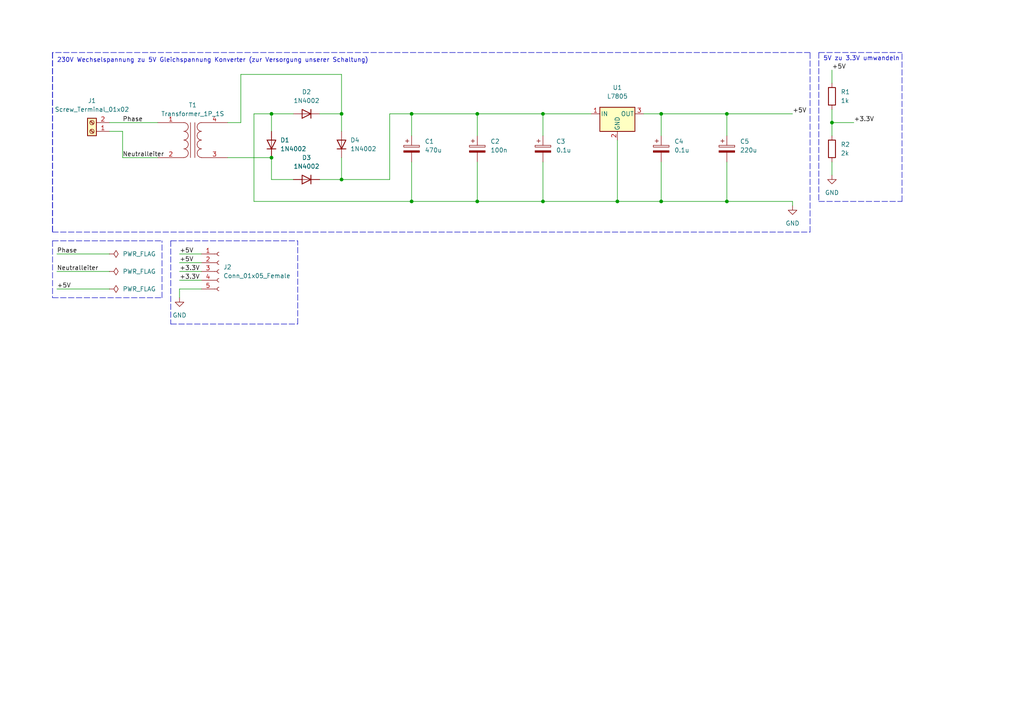
<source format=kicad_sch>
(kicad_sch (version 20211123) (generator eeschema)
  (paper "A4")
  (title_block (title "breakout-board-powersupply") (date "2023-02-03") (rev "v1") (comment 1 "erste Version"))
  (lib_symbols
    (symbol "Connector:Conn_01x05_Female" (pin_names (offset 1.016) hide)
      (property "Reference" "J" (at 0 7.62 0))
      (property "Value" "Conn_01x05_Female" (at 0 -7.62 0))
      (symbol "Conn_01x05_Female_1_1"
        (arc (start 0 -4.572) (mid -0.508 -5.08) (end 0 -5.588) (stroke (width 0.1524)))
        (arc (start 0 -2.032) (mid -0.508 -2.54) (end 0 -3.048) (stroke (width 0.1524)))
        (polyline (pts (xy -1.27 -5.08) (xy -0.508 -5.08)) (stroke (width 0.1524)))
        (polyline (pts (xy -1.27 -2.54) (xy -0.508 -2.54)) (stroke (width 0.1524)))
        (polyline (pts (xy -1.27 0) (xy -0.508 0)) (stroke (width 0.1524)))
        (polyline (pts (xy -1.27 2.54) (xy -0.508 2.54)) (stroke (width 0.1524)))
        (polyline (pts (xy -1.27 5.08) (xy -0.508 5.08)) (stroke (width 0.1524)))
        (arc (start 0 0.508) (mid -0.508 0) (end 0 -0.508) (stroke (width 0.1524)))
        (arc (start 0 3.048) (mid -0.508 2.54) (end 0 2.032) (stroke (width 0.1524)))
        (arc (start 0 5.588) (mid -0.508 5.08) (end 0 4.572) (stroke (width 0.1524)))
        (pin passive line (at -5.08 5.08 0) (length 3.81) (name "Pin_1") (number "1"))
        (pin passive line (at -5.08 2.54 0) (length 3.81) (name "Pin_2") (number "2"))
        (pin passive line (at -5.08 0 0) (length 3.81) (name "Pin_3") (number "3"))
        (pin passive line (at -5.08 -2.54 0) (length 3.81) (name "Pin_4") (number "4"))
        (pin passive line (at -5.08 -5.08 0) (length 3.81) (name "Pin_5") (number "5"))
      )
    )
    (symbol "Connector:Screw_Terminal_01x02" (pin_names (offset 1.016) hide)
      (property "Reference" "J" (at 0 2.54 0))
      (property "Value" "Screw_Terminal_01x02" (at 0 -5.08 0))
      (symbol "Screw_Terminal_01x02_1_1"
        (rectangle (start -1.27 1.27) (end 1.27 -3.81) (stroke (width 0.254)) (fill (type background)))
        (circle (center 0 -2.54) (radius 0.635) (stroke (width 0.1524)))
        (polyline (pts (xy -0.5334 -2.2098) (xy 0.3302 -3.048)) (stroke (width 0.1524)))
        (polyline (pts (xy -0.5334 0.3302) (xy 0.3302 -0.508)) (stroke (width 0.1524)))
        (polyline (pts (xy -0.3556 -2.032) (xy 0.508 -2.8702)) (stroke (width 0.1524)))
        (polyline (pts (xy -0.3556 0.508) (xy 0.508 -0.3302)) (stroke (width 0.1524)))
        (circle (center 0 0) (radius 0.635) (stroke (width 0.1524)))
        (pin passive line (at -5.08 0 0) (length 3.81) (name "Pin_1") (number "1"))
        (pin passive line (at -5.08 -2.54 0) (length 3.81) (name "Pin_2") (number "2"))
      )
    )
    (symbol "Device:C_Polarized" (pin_numbers hide) (pin_names (offset 0.254))
      (property "Reference" "C" (at 0.635 2.54 0))
      (property "Value" "C_Polarized" (at 0.635 -2.54 0))
      (symbol "C_Polarized_0_1"
        (rectangle (start -2.286 0.508) (end 2.286 1.016))
        (polyline (pts (xy -1.778 2.286) (xy -0.762 2.286)))
        (polyline (pts (xy -1.27 2.794) (xy -1.27 1.778)))
        (rectangle (start 2.286 -0.508) (end -2.286 -1.016) (fill (type outline)))
      )
      (symbol "C_Polarized_1_1"
        (pin passive line (at 0 3.81 270) (length 2.794) (name "~") (number "1"))
        (pin passive line (at 0 -3.81 90) (length 2.794) (name "~") (number "2"))
      )
    )
    (symbol "Device:R" (pin_numbers hide) (pin_names (offset 0))
      (property "Reference" "R" (at 2.032 0 90))
      (property "Value" "R" (at 0 0 90))
      (symbol "R_0_1"
        (rectangle (start -1.016 -2.54) (end 1.016 2.54) (stroke (width 0.254)))
      )
      (symbol "R_1_1"
        (pin passive line (at 0 3.81 270) (length 1.27) (name "~") (number "1"))
        (pin passive line (at 0 -3.81 90) (length 1.27) (name "~") (number "2"))
      )
    )
    (symbol "Device:Transformer_1P_1S" (pin_names (offset 1.016) hide)
      (property "Reference" "T" (at 0 6.35 0))
      (property "Value" "Transformer_1P_1S" (at 0 -7.62 0))
      (symbol "Transformer_1P_1S_0_1"
        (arc (start -2.54 -5.0546) (mid -1.6599 -4.6901) (end -1.27 -3.81))
        (arc (start -2.54 -2.5146) (mid -1.6599 -2.1501) (end -1.27 -1.27))
        (arc (start -2.54 0.0254) (mid -1.6599 0.3899) (end -1.27 1.27))
        (arc (start -2.54 2.5654) (mid -1.6599 2.9299) (end -1.27 3.81))
        (arc (start -1.27 -3.81) (mid -1.642 -2.912) (end -2.54 -2.54))
        (arc (start -1.27 -1.27) (mid -1.642 -0.372) (end -2.54 0))
        (arc (start -1.27 1.27) (mid -1.642 2.168) (end -2.54 2.54))
        (arc (start -1.27 3.81) (mid -1.642 4.708) (end -2.54 5.08))
        (polyline (pts (xy -0.635 5.08) (xy -0.635 -5.08)))
        (polyline (pts (xy 0.635 -5.08) (xy 0.635 5.08)))
        (arc (start 1.2954 -1.27) (mid 1.6599 -2.1501) (end 2.54 -2.5146))
        (arc (start 1.2954 1.27) (mid 1.6599 0.3899) (end 2.54 0.0254))
        (arc (start 1.2954 3.81) (mid 1.6599 2.9299) (end 2.54 2.5654))
        (arc (start 1.3208 -3.81) (mid 1.6853 -4.6901) (end 2.5654 -5.0546))
        (arc (start 2.54 0) (mid 1.642 -0.372) (end 1.2954 -1.27))
        (arc (start 2.54 2.54) (mid 1.642 2.168) (end 1.2954 1.27))
        (arc (start 2.54 5.08) (mid 1.642 4.708) (end 1.2954 3.81))
        (arc (start 2.5654 -2.54) (mid 1.6674 -2.912) (end 1.3208 -3.81))
      )
      (symbol "Transformer_1P_1S_1_1"
        (pin passive line (at -10.16 5.08 0) (length 7.62) (name "AA") (number "1"))
        (pin passive line (at -10.16 -5.08 0) (length 7.62) (name "AB") (number "2"))
        (pin passive line (at 10.16 -5.08 180) (length 7.62) (name "SA") (number "3"))
        (pin passive line (at 10.16 5.08 180) (length 7.62) (name "SB") (number "4"))
      )
    )
    (symbol "Diode:1N4002" (pin_numbers hide) (pin_names hide)
      (property "Reference" "D" (at 0 2.54 0))
      (property "Value" "1N4002" (at 0 -2.54 0))
      (symbol "1N4002_0_1"
        (polyline (pts (xy -1.27 1.27) (xy -1.27 -1.27)) (stroke (width 0.254)))
        (polyline (pts (xy 1.27 0) (xy -1.27 0)))
        (polyline (pts (xy 1.27 1.27) (xy 1.27 -1.27) (xy -1.27 0) (xy 1.27 1.27)) (stroke (width 0.254)))
      )
      (symbol "1N4002_1_1"
        (pin passive line (at -3.81 0 0) (length 2.54) (name "K") (number "1"))
        (pin passive line (at 3.81 0 180) (length 2.54) (name "A") (number "2"))
      )
    )
    (symbol "Regulator_Linear:L7805" (pin_names (offset 0.254))
      (property "Reference" "U" (at -3.81 3.175 0))
      (property "Value" "L7805" (at 0 3.175 0))
      (symbol "L7805_0_1"
        (rectangle (start -5.08 1.905) (end 5.08 -5.08) (stroke (width 0.254)) (fill (type background)))
      )
      (symbol "L7805_1_1"
        (pin power_in line (at -7.62 0 0) (length 2.54) (name "IN") (number "1"))
        (pin power_in line (at 0 -7.62 90) (length 2.54) (name "GND") (number "2"))
        (pin power_out line (at 7.62 0 180) (length 2.54) (name "OUT") (number "3"))
      )
    )
    (symbol "power:GND" (power) (pin_names (offset 0))
      (property "Value" "GND" (at 0 -3.81 0))
      (symbol "GND_0_1"
        (polyline (pts (xy 0 0) (xy 0 -1.27) (xy 1.27 -1.27) (xy 0 -2.54) (xy -1.27 -1.27) (xy 0 -1.27)))
      )
      (symbol "GND_1_1"
        (pin power_in line (at 0 0 270) (length 0) hide (name "GND") (number "1"))
      )
    )
    (symbol "power:PWR_FLAG" (power) (pin_numbers hide) (pin_names (offset 0) hide)
      (property "Value" "PWR_FLAG" (at 0 3.81 0))
      (symbol "PWR_FLAG_0_0"
        (pin power_out line (at 0 0 90) (length 0) (name "pwr") (number "1"))
      )
      (symbol "PWR_FLAG_0_1"
        (polyline (pts (xy 0 0) (xy 0 1.27) (xy -1.016 1.905) (xy 0 2.54) (xy 1.016 1.905) (xy 0 1.27)))
      )
    )
  )
  (junction (at 179.07 58.42))
  (junction (at 191.77 58.42))
  (junction (at 191.77 33.02))
  (junction (at 78.74 45.72))
  (junction (at 210.82 33.02))
  (junction (at 138.43 33.02))
  (junction (at 157.48 58.42))
  (junction (at 138.43 58.42))
  (junction (at 78.74 33.02))
  (junction (at 99.06 52.07))
  (junction (at 119.38 58.42))
  (junction (at 241.3 35.56))
  (junction (at 210.82 58.42))
  (junction (at 99.06 33.02))
  (junction (at 157.48 33.02))
  (junction (at 119.38 33.02))
  (polyline (pts (xy 237.49 58.42) (xy 261.62 58.42)))
  (wire (pts (xy 138.43 33.02) (xy 138.43 39.37)))
  (wire (pts (xy 35.56 45.72) (xy 45.72 45.72)))
  (wire (pts (xy 66.04 45.72) (xy 78.74 45.72)))
  (wire (pts (xy 179.07 58.42) (xy 191.77 58.42)))
  (wire (pts (xy 210.82 46.99) (xy 210.82 58.42)))
  (wire (pts (xy 73.66 33.02) (xy 78.74 33.02)))
  (polyline (pts (xy 49.53 69.85) (xy 86.36 69.85)))
  (wire (pts (xy 99.06 21.59) (xy 99.06 33.02)))
  (wire (pts (xy 113.03 33.02) (xy 119.38 33.02)))
  (wire (pts (xy 73.66 58.42) (xy 119.38 58.42)))
  (wire (pts (xy 73.66 58.42) (xy 73.66 33.02)))
  (polyline (pts (xy 49.53 69.85) (xy 49.53 93.98)))
  (polyline (pts (xy 15.24 15.24) (xy 15.24 67.31)))
  (polyline (pts (xy 237.49 15.24) (xy 237.49 58.42)))
  (wire (pts (xy 241.3 35.56) (xy 241.3 39.37)))
  (wire (pts (xy 210.82 58.42) (xy 229.87 58.42)))
  (polyline (pts (xy 15.24 15.24) (xy 15.24 67.31)))
  (wire (pts (xy 35.56 38.1) (xy 35.56 45.72)))
  (wire (pts (xy 119.38 58.42) (xy 138.43 58.42)))
  (wire (pts (xy 78.74 45.72) (xy 78.74 52.07)))
  (wire (pts (xy 241.3 31.75) (xy 241.3 35.56)))
  (wire (pts (xy 113.03 52.07) (xy 99.06 52.07)))
  (wire (pts (xy 78.74 33.02) (xy 78.74 38.1)))
  (wire (pts (xy 31.75 38.1) (xy 35.56 38.1)))
  (polyline (pts (xy 15.24 69.85) (xy 46.99 69.85)))
  (wire (pts (xy 66.04 35.56) (xy 69.85 35.56)))
  (wire (pts (xy 229.87 58.42) (xy 229.87 59.69)))
  (polyline (pts (xy 15.24 86.36) (xy 46.99 86.36)))
  (wire (pts (xy 119.38 46.99) (xy 119.38 58.42)))
  (polyline (pts (xy 15.24 69.85) (xy 15.24 86.36)))
  (wire (pts (xy 157.48 33.02) (xy 171.45 33.02)))
  (wire (pts (xy 138.43 58.42) (xy 157.48 58.42)))
  (polyline (pts (xy 15.24 67.31) (xy 234.95 67.31)))
  (wire (pts (xy 99.06 33.02) (xy 99.06 38.1)))
  (wire (pts (xy 113.03 33.02) (xy 113.03 52.07)))
  (wire (pts (xy 241.3 46.99) (xy 241.3 50.8)))
  (wire (pts (xy 69.85 35.56) (xy 69.85 21.59)))
  (wire (pts (xy 52.07 76.2) (xy 58.42 76.2)))
  (wire (pts (xy 191.77 33.02) (xy 191.77 39.37)))
  (polyline (pts (xy 234.95 15.24) (xy 15.24 15.24)))
  (wire (pts (xy 210.82 33.02) (xy 229.87 33.02)))
  (wire (pts (xy 191.77 46.99) (xy 191.77 58.42)))
  (wire (pts (xy 52.07 78.74) (xy 58.42 78.74)))
  (wire (pts (xy 85.09 33.02) (xy 78.74 33.02)))
  (polyline (pts (xy 49.53 93.98) (xy 86.36 93.98)))
  (polyline (pts (xy 237.49 15.24) (xy 261.62 15.24)))
  (wire (pts (xy 99.06 45.72) (xy 99.06 52.07)))
  (wire (pts (xy 210.82 39.37) (xy 210.82 33.02)))
  (wire (pts (xy 78.74 52.07) (xy 85.09 52.07)))
  (wire (pts (xy 69.85 21.59) (xy 99.06 21.59)))
  (wire (pts (xy 157.48 33.02) (xy 157.48 39.37)))
  (wire (pts (xy 92.71 52.07) (xy 99.06 52.07)))
  (wire (pts (xy 241.3 20.32) (xy 241.3 24.13)))
  (wire (pts (xy 241.3 35.56) (xy 247.65 35.56)))
  (polyline (pts (xy 234.95 67.31) (xy 234.95 15.24)))
  (wire (pts (xy 157.48 58.42) (xy 179.07 58.42)))
  (wire (pts (xy 138.43 33.02) (xy 157.48 33.02)))
  (wire (pts (xy 16.51 78.74) (xy 31.75 78.74)))
  (wire (pts (xy 16.51 73.66) (xy 31.75 73.66)))
  (wire (pts (xy 92.71 33.02) (xy 99.06 33.02)))
  (wire (pts (xy 119.38 33.02) (xy 138.43 33.02)))
  (wire (pts (xy 52.07 73.66) (xy 58.42 73.66)))
  (wire (pts (xy 52.07 83.82) (xy 52.07 86.36)))
  (wire (pts (xy 52.07 81.28) (xy 58.42 81.28)))
  (wire (pts (xy 119.38 33.02) (xy 119.38 39.37)))
  (wire (pts (xy 138.43 46.99) (xy 138.43 58.42)))
  (wire (pts (xy 191.77 33.02) (xy 186.69 33.02)))
  (wire (pts (xy 157.48 46.99) (xy 157.48 58.42)))
  (wire (pts (xy 16.51 83.82) (xy 31.75 83.82)))
  (polyline (pts (xy 46.99 86.36) (xy 46.99 69.85)))
  (wire (pts (xy 52.07 83.82) (xy 58.42 83.82)))
  (wire (pts (xy 191.77 58.42) (xy 210.82 58.42)))
  (polyline (pts (xy 86.36 93.98) (xy 86.36 69.85)))
  (wire (pts (xy 210.82 33.02) (xy 191.77 33.02)))
  (polyline (pts (xy 261.62 58.42) (xy 261.62 15.24)))
  (wire (pts (xy 31.75 35.56) (xy 45.72 35.56)))
  (wire (pts (xy 179.07 40.64) (xy 179.07 58.42)))
  (text "230V Wechselspannung zu 5V Gleichspannung Konverter (zur Versorgung unserer Schaltung)\n\n" (at 16.51 20.32 0) (effects (font (size 1.27 1.27)) (justify left bottom)))
  (text "5V zu 3.3V umwandeln\n" (at 238.76 17.78 0) (effects (font (size 1.27 1.27)) (justify left bottom)))
  (label "Phase" (at 16.51 73.66 0))
  (label "+5V" (at 16.51 83.82 0))
  (label "Neutralleiter" (at 16.51 78.74 0))
  (label "+5V" (at 52.07 76.2 0))
  (label "+3.3V" (at 52.07 78.74 0))
  (label "+3.3V" (at 247.65 35.56 0))
  (label "Neutralleiter" (at 35.56 45.72 0))
  (label "+5V" (at 52.07 73.66 0))
  (label "+5V" (at 241.3 20.32 0))
  (label "+5V" (at 229.87 33.02 0))
  (label "Phase" (at 35.56 35.56 0))
  (label "+3.3V" (at 52.07 81.28 0))
  (symbol (lib_id "Connector:Conn_01x05_Female") (at 63.5 78.74 0) (unit 1)
    (property "Reference" "J2" (at 64.77 77.4699 0) (effects (justify left)))
    (property "Value" "Conn_01x05_Female" (at 64.77 80.0099 0) (effects (justify left)))
    (property "Footprint" "Connector_PinSocket_2.54mm:PinSocket_1x05_P2.54mm_Vertical" (effects hide))
  )
  (symbol (lib_id "Diode:1N4002") (at 78.74 41.91 90) (unit 1)
    (property "Reference" "D1" (at 81.28 40.6399 90) (effects (justify right)))
    (property "Value" "1N4002" (at 81.28 43.1799 90) (effects (justify right)))
    (property "Footprint" "Diode_THT:D_DO-41_SOD81_P10.16mm_Horizontal" (effects hide))
    (property "Datasheet" "http://www.vishay.com/docs/88503/1n4001.pdf" (effects hide))
  )
  (symbol (lib_id "Diode:1N4002") (at 88.9 33.02 180) (unit 1)
    (property "Reference" "D2" (at 88.9 26.67 0))
    (property "Value" "1N4002" (at 88.9 29.21 0))
    (property "Footprint" "Diode_THT:D_DO-41_SOD81_P10.16mm_Horizontal" (effects hide))
    (property "Datasheet" "http://www.vishay.com/docs/88503/1n4001.pdf" (effects hide))
  )
  (symbol (lib_id "power:PWR_FLAG") (at 31.75 83.82 270) (unit 1)
    (property "Reference" "#FLG0103" (effects hide))
    (property "Value" "PWR_FLAG" (at 35.56 83.8199 90) (effects (justify left)))
  )
  (symbol (lib_id "power:PWR_FLAG") (at 31.75 78.74 270) (unit 1)
    (property "Reference" "#FLG0102" (effects hide))
    (property "Value" "PWR_FLAG" (at 35.56 78.7399 90) (effects (justify left)))
  )
  (symbol (lib_id "Device:C_Polarized") (at 210.82 43.18 0) (unit 1)
    (property "Reference" "C5" (at 214.63 41.0209 0) (effects (justify left)))
    (property "Value" "220u" (at 214.63 43.5609 0) (effects (justify left)))
    (property "Footprint" "Capacitor_SMD:C_1206_3216Metric_Pad1.33x1.80mm_HandSolder" (effects hide))
  )
  (symbol (lib_id "Device:C_Polarized") (at 191.77 43.18 0) (unit 1)
    (property "Reference" "C4" (at 195.58 41.0209 0) (effects (justify left)))
    (property "Value" "0.1u" (at 195.58 43.5609 0) (effects (justify left)))
    (property "Footprint" "Capacitor_SMD:C_1206_3216Metric_Pad1.33x1.80mm_HandSolder" (effects hide))
  )
  (symbol (lib_id "Device:C_Polarized") (at 157.48 43.18 0) (unit 1)
    (property "Reference" "C3" (at 161.29 41.0209 0) (effects (justify left)))
    (property "Value" "0.1u" (at 161.29 43.5609 0) (effects (justify left)))
    (property "Footprint" "Capacitor_SMD:C_1206_3216Metric_Pad1.33x1.80mm_HandSolder" (effects hide))
  )
  (symbol (lib_id "power:GND") (at 52.07 86.36 0) (unit 1)
    (property "Reference" "#PWR0103" (effects hide))
    (property "Value" "GND" (at 52.07 91.44 0))
  )
  (symbol (lib_id "power:GND") (at 229.87 59.69 0) (unit 1)
    (property "Reference" "#PWR0101" (effects hide))
    (property "Value" "GND" (at 229.87 64.77 0))
  )
  (symbol (lib_id "power:PWR_FLAG") (at 31.75 73.66 270) (unit 1)
    (property "Reference" "#FLG0101" (effects hide))
    (property "Value" "PWR_FLAG" (at 35.56 73.6599 90) (effects (justify left)))
  )
  (symbol (lib_id "Diode:1N4002") (at 99.06 41.91 90) (unit 1)
    (property "Reference" "D4" (at 101.6 40.6399 90) (effects (justify right)))
    (property "Value" "1N4002" (at 101.6 43.1799 90) (effects (justify right)))
    (property "Footprint" "Diode_THT:D_DO-41_SOD81_P10.16mm_Horizontal" (effects hide))
    (property "Datasheet" "http://www.vishay.com/docs/88503/1n4001.pdf" (effects hide))
  )
  (symbol (lib_id "Diode:1N4002") (at 88.9 52.07 180) (unit 1)
    (property "Reference" "D3" (at 88.9 45.72 0))
    (property "Value" "1N4002" (at 88.9 48.26 0))
    (property "Footprint" "Diode_THT:D_DO-41_SOD81_P10.16mm_Horizontal" (effects hide))
    (property "Datasheet" "http://www.vishay.com/docs/88503/1n4001.pdf" (effects hide))
  )
  (symbol (lib_id "Device:Transformer_1P_1S") (at 55.88 40.64 0) (unit 1)
    (property "Reference" "T1" (at 55.8927 30.48 0))
    (property "Value" "Transformer_1P_1S" (at 55.8927 33.02 0))
  )
  (symbol (lib_id "power:GND") (at 241.3 50.8 0) (unit 1)
    (property "Reference" "#PWR0102" (effects hide))
    (property "Value" "GND" (at 241.3 55.88 0))
  )
  (symbol (lib_id "Connector:Screw_Terminal_01x02") (at 26.67 38.1 180) (unit 1)
    (property "Reference" "J1" (at 26.67 29.21 0))
    (property "Value" "Screw_Terminal_01x02" (at 26.67 31.75 0))
    (property "Footprint" "TerminalBlock:TerminalBlock_Altech_AK300-2_P5.00mm" (effects hide))
  )
  (symbol (lib_id "Device:C_Polarized") (at 119.38 43.18 0) (unit 1)
    (property "Reference" "C1" (at 123.19 41.0209 0) (effects (justify left)))
    (property "Value" "470u" (at 123.19 43.5609 0) (effects (justify left)))
    (property "Footprint" "Capacitor_SMD:C_1206_3216Metric_Pad1.33x1.80mm_HandSolder" (effects hide))
  )
  (symbol (lib_id "Device:R") (at 241.3 43.18 0) (unit 1)
    (property "Reference" "R2" (at 243.84 41.9099 0) (effects (justify left)))
    (property "Value" "2k" (at 243.84 44.4499 0) (effects (justify left)))
    (property "Footprint" "Resistor_SMD:R_1206_3216Metric_Pad1.30x1.75mm_HandSolder" (effects hide))
  )
  (symbol (lib_id "Device:C_Polarized") (at 138.43 43.18 0) (unit 1)
    (property "Reference" "C2" (at 142.24 41.0209 0) (effects (justify left)))
    (property "Value" "100n" (at 142.24 43.5609 0) (effects (justify left)))
    (property "Footprint" "Capacitor_SMD:C_1206_3216Metric_Pad1.33x1.80mm_HandSolder" (effects hide))
  )
  (symbol (lib_id "Regulator_Linear:L7805") (at 179.07 33.02 0) (unit 1)
    (property "Reference" "U1" (at 179.07 25.4 0))
    (property "Value" "L7805" (at 179.07 27.94 0))
    (property "Footprint" "Package_TO_SOT_SMD:SOT-223" (effects hide))
    (property "Datasheet" "http://www.st.com/content/ccc/resource/technical/document/datasheet/41/4f/b3/b0/12/d4/47/88/CD00000444.pdf/files/CD00000444.pdf/jcr:content/translations/en.CD00000444.pdf" (effects hide))
  )
  (symbol (lib_id "Device:R") (at 241.3 27.94 0) (unit 1)
    (property "Reference" "R1" (at 243.84 26.6699 0) (effects (justify left)))
    (property "Value" "1k" (at 243.84 29.2099 0) (effects (justify left)))
    (property "Footprint" "Resistor_SMD:R_1206_3216Metric_Pad1.30x1.75mm_HandSolder" (effects hide))
  )
)
</source>
